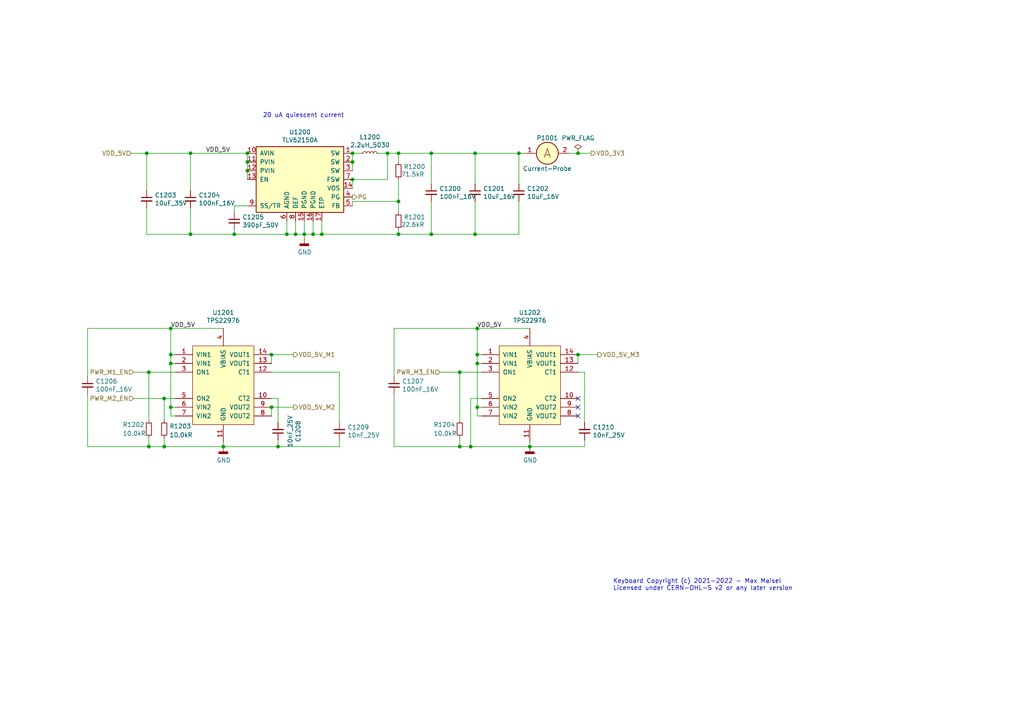
<source format=kicad_sch>
(kicad_sch (version 20250114) (generator "eeschema") (generator_version "9.0")
  (paper "A4")
  (lib_symbols
    (symbol "Keyboard:10.0kR" (pin_numbers (hide yes)) (pin_names (offset 0.254) (hide yes))
      (property "Reference" "R" (at 0.762 0.508 0))
      (property "Value" "10.0kR" (at 0.762 -1.016 0))
      (symbol "10.0kR_0_1"
        (rectangle (start -0.762 1.778) (end 0.762 -1.778) (stroke (width 0.2032)))
      )
      (symbol "10.0kR_1_1"
        (pin passive line (at 0 2.54 270) (length 0.762) (name "~") (number "1"))
        (pin passive line (at 0 -2.54 90) (length 0.762) (name "~") (number "2"))
      )
    )
    (symbol "Keyboard:100nF_16V" (pin_numbers (hide yes)) (pin_names (offset 0.254) (hide yes))
      (property "Reference" "C" (at 0.254 1.778 0))
      (property "Value" "100nF_16V" (at 0.254 -2.032 0))
      (symbol "100nF_16V_0_1"
        (polyline (pts (xy -1.524 0.508) (xy 1.524 0.508)) (stroke (width 0.3048)))
        (polyline (pts (xy -1.524 -0.508) (xy 1.524 -0.508)) (stroke (width 0.3302)))
      )
      (symbol "100nF_16V_1_1"
        (pin passive line (at 0 2.54 270) (length 2.032) (name "~") (number "1"))
        (pin passive line (at 0 -2.54 90) (length 2.032) (name "~") (number "2"))
      )
    )
    (symbol "Keyboard:10nF_25V" (pin_numbers (hide yes)) (pin_names (offset 0.254) (hide yes))
      (property "Reference" "C" (at 0.254 1.778 0))
      (property "Value" "10nF_25V" (at 0.254 -2.032 0))
      (symbol "10nF_25V_0_1"
        (polyline (pts (xy -1.524 0.508) (xy 1.524 0.508)) (stroke (width 0.3048)))
        (polyline (pts (xy -1.524 -0.508) (xy 1.524 -0.508)) (stroke (width 0.3302)))
      )
      (symbol "10nF_25V_1_1"
        (pin passive line (at 0 2.54 270) (length 2.032) (name "~") (number "1"))
        (pin passive line (at 0 -2.54 90) (length 2.032) (name "~") (number "2"))
      )
    )
    (symbol "Keyboard:10uF_16V" (pin_numbers (hide yes)) (pin_names (offset 0.254) (hide yes))
      (property "Reference" "C" (at 0.254 1.778 0))
      (property "Value" "10uF_16V" (at 0.254 -2.032 0))
      (symbol "10uF_16V_0_1"
        (polyline (pts (xy -1.524 0.508) (xy 1.524 0.508)) (stroke (width 0.3048)))
        (polyline (pts (xy -1.524 -0.508) (xy 1.524 -0.508)) (stroke (width 0.3302)))
      )
      (symbol "10uF_16V_1_1"
        (pin passive line (at 0 2.54 270) (length 2.032) (name "~") (number "1"))
        (pin passive line (at 0 -2.54 90) (length 2.032) (name "~") (number "2"))
      )
    )
    (symbol "Keyboard:10uF_35V" (pin_numbers (hide yes)) (pin_names (offset 0.254) (hide yes))
      (property "Reference" "C" (at 0.254 1.778 0))
      (property "Value" "10uF_35V" (at 0.254 -2.032 0))
      (symbol "10uF_35V_0_1"
        (polyline (pts (xy -1.524 0.508) (xy 1.524 0.508)) (stroke (width 0.3048)))
        (polyline (pts (xy -1.524 -0.508) (xy 1.524 -0.508)) (stroke (width 0.3302)))
      )
      (symbol "10uF_35V_1_1"
        (pin passive line (at 0 2.54 270) (length 2.032) (name "~") (number "1"))
        (pin passive line (at 0 -2.54 90) (length 2.032) (name "~") (number "2"))
      )
    )
    (symbol "Keyboard:2.2uH_5030" (pin_numbers (hide yes)) (pin_names (offset 0.254) (hide yes))
      (property "Reference" "L" (at 0.762 1.016 0))
      (property "Value" "2.2uH_5030" (at 0.762 -1.016 0))
      (symbol "2.2uH_5030_0_1"
        (arc (start 0 2.032) (mid 0.5058 1.524) (end 0 1.016))
        (arc (start 0 1.016) (mid 0.5058 0.508) (end 0 0))
        (arc (start 0 0) (mid 0.5058 -0.508) (end 0 -1.016))
        (arc (start 0 -1.016) (mid 0.5058 -1.524) (end 0 -2.032))
      )
      (symbol "2.2uH_5030_1_1"
        (pin passive line (at 0 2.54 270) (length 0.508) (name "~") (number "1"))
        (pin passive line (at 0 -2.54 90) (length 0.508) (name "~") (number "2"))
      )
    )
    (symbol "Keyboard:22.6kR" (pin_numbers (hide yes)) (pin_names (offset 0.254) (hide yes))
      (property "Reference" "R" (at 0.762 0.508 0))
      (property "Value" "22.6kR" (at 0.762 -1.016 0))
      (symbol "22.6kR_0_1"
        (rectangle (start -0.762 1.778) (end 0.762 -1.778) (stroke (width 0.2032)))
      )
      (symbol "22.6kR_1_1"
        (pin passive line (at 0 2.54 270) (length 0.762) (name "~") (number "1"))
        (pin passive line (at 0 -2.54 90) (length 0.762) (name "~") (number "2"))
      )
    )
    (symbol "Keyboard:390pF_50V" (pin_numbers (hide yes)) (pin_names (offset 0.254) (hide yes))
      (property "Reference" "C" (at 0.254 1.778 0))
      (property "Value" "390pF_50V" (at 0.254 -2.032 0))
      (symbol "390pF_50V_0_1"
        (polyline (pts (xy -1.524 0.508) (xy 1.524 0.508)) (stroke (width 0.3048)))
        (polyline (pts (xy -1.524 -0.508) (xy 1.524 -0.508)) (stroke (width 0.3302)))
      )
      (symbol "390pF_50V_1_1"
        (pin passive line (at 0 2.54 270) (length 2.032) (name "~") (number "1"))
        (pin passive line (at 0 -2.54 90) (length 2.032) (name "~") (number "2"))
      )
    )
    (symbol "Keyboard:71.5kR" (pin_numbers (hide yes)) (pin_names (offset 0.254) (hide yes))
      (property "Reference" "R" (at 0.762 0.508 0))
      (property "Value" "71.5kR" (at 0.762 -1.016 0))
      (symbol "71.5kR_0_1"
        (rectangle (start -0.762 1.778) (end 0.762 -1.778) (stroke (width 0.2032)))
      )
      (symbol "71.5kR_1_1"
        (pin passive line (at 0 2.54 270) (length 0.762) (name "~") (number "1"))
        (pin passive line (at 0 -2.54 90) (length 0.762) (name "~") (number "2"))
      )
    )
    (symbol "Keyboard:Current-Probe" (pin_names (offset 0))
      (property "Reference" "P" (at 2.54 3.81 0))
      (property "Value" "Current-Probe" (at 2.54 -3.81 0))
      (symbol "Current-Probe_0_0"
        (text "A" (at 0 0 0) (effects (font (size 2.54 2.54))))
      )
      (symbol "Current-Probe_0_1"
        (polyline (pts (xy -3.81 0) (xy -3.175 0)))
        (circle (center 0 0) (radius 3.175) (stroke (width 0.254)) (fill (type background)))
        (polyline (pts (xy 3.175 0) (xy 3.81 0)))
      )
      (symbol "Current-Probe_1_1"
        (pin passive line (at -6.35 0 0) (length 2.54) (name "~") (number "1"))
        (pin passive line (at 6.35 0 180) (length 2.54) (name "~") (number "2"))
      )
    )
    (symbol "Keyboard:GND" (power) (pin_names (offset 0))
      (property "Value" "GND" (at 0 -3.175 0))
      (symbol "GND_0_1"
        (rectangle (start -1.27 -1.524) (end 1.27 -2.032) (stroke (width 0.254)) (fill (type outline)))
        (polyline (pts (xy 0 0) (xy 0 -1.524)))
      )
      (symbol "GND_1_1"
        (pin power_in line (at 0 0 270) (length 0) (hide yes) (name "GND") (number "1"))
      )
    )
    (symbol "Keyboard:PWR_FLAG" (power) (pin_numbers (hide yes)) (pin_names (offset 0) (hide yes))
      (property "Value" "PWR_FLAG" (at 0 3.81 0))
      (symbol "PWR_FLAG_0_0"
        (pin power_out line (at 0 0 90) (length 0) (name "pwr") (number "1"))
      )
      (symbol "PWR_FLAG_0_1"
        (polyline (pts (xy 0 0) (xy 0 1.27) (xy -1.016 1.905) (xy 0 2.54) (xy 1.016 1.905) (xy 0 1.27)))
      )
    )
    (symbol "Keyboard:TLV62150A" (pin_names (offset 1.016))
      (property "Reference" "U" (at -11.43 10.16 0))
      (property "Value" "TLV62150A" (at 7.62 10.16 0))
      (symbol "TLV62150A_0_1"
        (rectangle (start 12.7 -10.16) (end -12.7 8.89) (stroke (width 0.254)) (fill (type background)))
      )
      (symbol "TLV62150A_1_1"
        (pin power_in line (at -15.24 6.985 0) (length 2.54) (name "AVIN") (number "10"))
        (pin power_in line (at -15.24 4.445 0) (length 2.54) (name "PVIN") (number "11"))
        (pin power_in line (at -15.24 1.905 0) (length 2.54) (name "PVIN") (number "12"))
        (pin input line (at -15.24 -0.635 0) (length 2.54) (name "EN") (number "13"))
        (pin input line (at -15.24 -8.255 0) (length 2.54) (name "SS/TR") (number "9"))
        (pin power_in line (at -3.81 -12.7 90) (length 2.54) (name "AGND") (number "6"))
        (pin input line (at -1.27 -12.7 90) (length 2.54) (name "DEF") (number "8"))
        (pin power_in line (at 1.27 -12.7 90) (length 2.54) (name "PGND") (number "15"))
        (pin power_in line (at 3.81 -12.7 90) (length 2.54) (name "PGND") (number "16"))
        (pin power_in line (at 6.35 -12.7 90) (length 2.54) (name "ETP") (number "17"))
        (pin output line (at 15.24 6.985 180) (length 2.54) (name "SW") (number "1"))
        (pin passive line (at 15.24 4.445 180) (length 2.54) (name "SW") (number "2"))
        (pin passive line (at 15.24 1.905 180) (length 2.54) (name "SW") (number "3"))
        (pin input line (at 15.24 -0.635 180) (length 2.54) (name "FSW") (number "7"))
        (pin input line (at 15.24 -3.175 180) (length 2.54) (name "VOS") (number "14"))
        (pin output line (at 15.24 -5.715 180) (length 2.54) (name "PG") (number "4"))
        (pin input line (at 15.24 -8.255 180) (length 2.54) (name "FB") (number "5"))
      )
    )
    (symbol "Keyboard:TPS22976" (pin_names (offset 1.016))
      (property "Reference" "U" (at -7.62 12.7 0))
      (property "Value" "TPS22976" (at 5.08 -12.7 0))
      (symbol "TPS22976_0_1"
        (rectangle (start -8.89 11.43) (end 8.89 -11.43) (fill (type background)))
      )
      (symbol "TPS22976_1_1"
        (pin power_in line (at -13.97 8.89 0) (length 5.08) (name "VIN1") (number "1"))
        (pin power_in line (at -13.97 6.35 0) (length 5.08) (name "VIN1") (number "2"))
        (pin input line (at -13.97 3.81 0) (length 5.08) (name "ON1") (number "3"))
        (pin input line (at -13.97 -3.81 0) (length 5.08) (name "ON2") (number "5"))
        (pin power_in line (at -13.97 -6.35 0) (length 5.08) (name "VIN2") (number "6"))
        (pin power_in line (at -13.97 -8.89 0) (length 5.08) (name "VIN2") (number "7"))
        (pin power_in line (at 0 16.51 270) (length 5.08) (name "VBIAS") (number "4"))
        (pin power_in line (at 0 -16.51 90) (length 5.08) (name "GND") (number "11"))
        (pin power_out line (at 13.97 8.89 180) (length 5.08) (name "VOUT1") (number "14"))
        (pin passive line (at 13.97 6.35 180) (length 5.08) (name "VOUT1") (number "13"))
        (pin passive line (at 13.97 3.81 180) (length 5.08) (name "CT1") (number "12"))
        (pin passive line (at 13.97 -3.81 180) (length 5.08) (name "CT2") (number "10"))
        (pin passive line (at 13.97 -6.35 180) (length 5.08) (name "VOUT2") (number "9"))
        (pin power_out line (at 13.97 -8.89 180) (length 5.08) (name "VOUT2") (number "8"))
      )
    )
  )
  (text "20 uA quiescent current" (at 76.2 34.29 0) (effects (font (size 1.27 1.27)) (justify left bottom)))
  (text "Keyboard Copyright (c) 2021-2022 - Max Maisel\nLicensed under CERN-OHL-S v2 or any later version" (at 177.8 171.45 0) (effects (font (size 1.27 1.27)) (justify left bottom)))
  (junction (at 115.57 58.42))
  (junction (at 83.185 67.945))
  (junction (at 67.945 67.945))
  (junction (at 167.64 102.87))
  (junction (at 71.755 49.53))
  (junction (at 138.43 95.25))
  (junction (at 55.245 44.45))
  (junction (at 71.755 44.45))
  (junction (at 64.77 129.54))
  (junction (at 55.245 67.945))
  (junction (at 138.43 105.41))
  (junction (at 125.095 67.945))
  (junction (at 138.43 118.11))
  (junction (at 88.265 67.945))
  (junction (at 78.74 102.87))
  (junction (at 115.57 44.45))
  (junction (at 47.625 115.57))
  (junction (at 93.345 67.945))
  (junction (at 115.57 67.945))
  (junction (at 102.235 44.45))
  (junction (at 49.53 102.87))
  (junction (at 85.725 67.945))
  (junction (at 133.35 107.95))
  (junction (at 49.53 105.41))
  (junction (at 102.235 52.07))
  (junction (at 137.795 44.45))
  (junction (at 125.095 44.45))
  (junction (at 80.645 129.54))
  (junction (at 133.35 129.54))
  (junction (at 153.67 129.54))
  (junction (at 42.545 44.45))
  (junction (at 102.235 46.99))
  (junction (at 112.395 44.45))
  (junction (at 49.53 118.11))
  (junction (at 47.625 129.54))
  (junction (at 71.755 46.99))
  (junction (at 90.805 67.945))
  (junction (at 49.53 95.25))
  (junction (at 150.495 44.45))
  (junction (at 138.43 102.87))
  (junction (at 136.525 129.54))
  (junction (at 137.795 67.945))
  (junction (at 78.74 118.11))
  (junction (at 167.64 44.45))
  (junction (at 43.18 129.54))
  (junction (at 43.18 107.95))
  (no_connect (at 167.64 115.57))
  (no_connect (at 167.64 118.11))
  (no_connect (at 167.64 120.65))
  (wire (pts (xy 78.74 107.95) (xy 98.425 107.95)))
  (wire (pts (xy 80.645 129.54) (xy 98.425 129.54)))
  (wire (pts (xy 137.795 53.34) (xy 137.795 44.45)))
  (wire (pts (xy 67.945 66.675) (xy 67.945 67.945)))
  (wire (pts (xy 127.635 107.95) (xy 133.35 107.95)))
  (wire (pts (xy 25.4 109.22) (xy 25.4 95.25)))
  (wire (pts (xy 42.545 55.245) (xy 42.545 44.45)))
  (wire (pts (xy 169.545 129.54) (xy 169.545 127.635)))
  (wire (pts (xy 138.43 95.25) (xy 138.43 102.87)))
  (wire (pts (xy 55.245 60.325) (xy 55.245 67.945)))
  (wire (pts (xy 114.3 129.54) (xy 133.35 129.54)))
  (wire (pts (xy 138.43 120.65) (xy 139.7 120.65)))
  (wire (pts (xy 150.495 58.42) (xy 150.495 67.945)))
  (wire (pts (xy 139.7 118.11) (xy 138.43 118.11)))
  (wire (pts (xy 115.57 66.675) (xy 115.57 67.945)))
  (wire (pts (xy 115.57 44.45) (xy 115.57 46.99)))
  (wire (pts (xy 47.625 115.57) (xy 50.8 115.57)))
  (wire (pts (xy 64.77 128.27) (xy 64.77 129.54)))
  (wire (pts (xy 114.3 95.25) (xy 138.43 95.25)))
  (wire (pts (xy 43.18 107.95) (xy 50.8 107.95)))
  (wire (pts (xy 139.7 105.41) (xy 138.43 105.41)))
  (wire (pts (xy 49.53 118.11) (xy 49.53 105.41)))
  (wire (pts (xy 80.645 127.635) (xy 80.645 129.54)))
  (wire (pts (xy 102.235 54.61) (xy 102.235 52.07)))
  (wire (pts (xy 138.43 102.87) (xy 138.43 105.41)))
  (wire (pts (xy 102.235 59.69) (xy 102.235 58.42)))
  (wire (pts (xy 42.545 67.945) (xy 55.245 67.945)))
  (wire (pts (xy 167.64 105.41) (xy 167.64 102.87)))
  (wire (pts (xy 71.755 44.45) (xy 71.755 46.99)))
  (wire (pts (xy 138.43 95.25) (xy 153.67 95.25)))
  (wire (pts (xy 78.74 118.11) (xy 85.09 118.11)))
  (wire (pts (xy 43.18 107.95) (xy 43.18 121.92)))
  (wire (pts (xy 150.495 44.45) (xy 150.495 53.34)))
  (wire (pts (xy 43.18 129.54) (xy 47.625 129.54)))
  (wire (pts (xy 67.945 67.945) (xy 83.185 67.945)))
  (wire (pts (xy 115.57 44.45) (xy 125.095 44.45)))
  (wire (pts (xy 138.43 118.11) (xy 138.43 120.65)))
  (wire (pts (xy 136.525 115.57) (xy 139.7 115.57)))
  (wire (pts (xy 112.395 52.07) (xy 112.395 44.45)))
  (wire (pts (xy 67.945 59.69) (xy 71.755 59.69)))
  (wire (pts (xy 78.74 118.11) (xy 78.74 120.65)))
  (wire (pts (xy 71.755 46.99) (xy 71.755 49.53)))
  (wire (pts (xy 114.3 114.3) (xy 114.3 129.54)))
  (wire (pts (xy 50.8 118.11) (xy 49.53 118.11)))
  (wire (pts (xy 49.53 95.25) (xy 64.77 95.25)))
  (wire (pts (xy 38.1 44.45) (xy 42.545 44.45)))
  (wire (pts (xy 98.425 107.95) (xy 98.425 122.555)))
  (wire (pts (xy 55.245 55.245) (xy 55.245 44.45)))
  (wire (pts (xy 133.35 127) (xy 133.35 129.54)))
  (wire (pts (xy 109.855 44.45) (xy 112.395 44.45)))
  (wire (pts (xy 93.345 67.945) (xy 90.805 67.945)))
  (wire (pts (xy 25.4 129.54) (xy 43.18 129.54)))
  (wire (pts (xy 133.35 107.95) (xy 133.35 121.92)))
  (wire (pts (xy 115.57 67.945) (xy 93.345 67.945)))
  (wire (pts (xy 42.545 60.325) (xy 42.545 67.945)))
  (wire (pts (xy 50.8 120.65) (xy 49.53 120.65)))
  (wire (pts (xy 90.805 64.135) (xy 90.805 67.945)))
  (wire (pts (xy 115.57 52.07) (xy 115.57 58.42)))
  (wire (pts (xy 85.725 67.945) (xy 88.265 67.945)))
  (wire (pts (xy 102.235 52.07) (xy 112.395 52.07)))
  (wire (pts (xy 137.795 58.42) (xy 137.795 67.945)))
  (wire (pts (xy 83.185 64.135) (xy 83.185 67.945)))
  (wire (pts (xy 114.3 95.25) (xy 114.3 109.22)))
  (wire (pts (xy 115.57 58.42) (xy 115.57 61.595)))
  (wire (pts (xy 47.625 127) (xy 47.625 129.54)))
  (wire (pts (xy 42.545 44.45) (xy 55.245 44.45)))
  (wire (pts (xy 50.8 105.41) (xy 49.53 105.41)))
  (wire (pts (xy 88.265 67.945) (xy 88.265 64.135)))
  (wire (pts (xy 55.245 67.945) (xy 67.945 67.945)))
  (wire (pts (xy 150.495 67.945) (xy 137.795 67.945)))
  (wire (pts (xy 83.185 67.945) (xy 85.725 67.945)))
  (wire (pts (xy 67.945 61.595) (xy 67.945 59.69)))
  (wire (pts (xy 138.43 105.41) (xy 138.43 118.11)))
  (wire (pts (xy 167.64 102.87) (xy 173.355 102.87)))
  (wire (pts (xy 43.18 127) (xy 43.18 129.54)))
  (wire (pts (xy 139.7 102.87) (xy 138.43 102.87)))
  (wire (pts (xy 90.805 67.945) (xy 88.265 67.945)))
  (wire (pts (xy 125.095 44.45) (xy 137.795 44.45)))
  (wire (pts (xy 49.53 105.41) (xy 49.53 102.87)))
  (wire (pts (xy 25.4 114.3) (xy 25.4 129.54)))
  (wire (pts (xy 137.795 44.45) (xy 150.495 44.45)))
  (wire (pts (xy 125.095 58.42) (xy 125.095 67.945)))
  (wire (pts (xy 153.67 129.54) (xy 169.545 129.54)))
  (wire (pts (xy 49.53 120.65) (xy 49.53 118.11)))
  (wire (pts (xy 93.345 64.135) (xy 93.345 67.945)))
  (wire (pts (xy 38.735 107.95) (xy 43.18 107.95)))
  (wire (pts (xy 80.645 115.57) (xy 78.74 115.57)))
  (wire (pts (xy 112.395 44.45) (xy 115.57 44.45)))
  (wire (pts (xy 169.545 107.95) (xy 167.64 107.95)))
  (wire (pts (xy 165.1 44.45) (xy 167.64 44.45)))
  (wire (pts (xy 88.265 69.215) (xy 88.265 67.945)))
  (wire (pts (xy 47.625 129.54) (xy 64.77 129.54)))
  (wire (pts (xy 78.74 105.41) (xy 78.74 102.87)))
  (wire (pts (xy 64.77 129.54) (xy 80.645 129.54)))
  (wire (pts (xy 71.755 49.53) (xy 71.755 52.07)))
  (wire (pts (xy 102.235 46.99) (xy 102.235 49.53)))
  (wire (pts (xy 153.67 128.27) (xy 153.67 129.54)))
  (wire (pts (xy 125.095 53.34) (xy 125.095 44.45)))
  (wire (pts (xy 80.645 122.555) (xy 80.645 115.57)))
  (wire (pts (xy 50.8 102.87) (xy 49.53 102.87)))
  (wire (pts (xy 133.35 107.95) (xy 139.7 107.95)))
  (wire (pts (xy 78.74 102.87) (xy 85.09 102.87)))
  (wire (pts (xy 98.425 127.635) (xy 98.425 129.54)))
  (wire (pts (xy 169.545 122.555) (xy 169.545 107.95)))
  (wire (pts (xy 167.64 44.45) (xy 171.45 44.45)))
  (wire (pts (xy 102.235 58.42) (xy 115.57 58.42)))
  (wire (pts (xy 25.4 95.25) (xy 49.53 95.25)))
  (wire (pts (xy 125.095 67.945) (xy 115.57 67.945)))
  (wire (pts (xy 55.245 44.45) (xy 71.755 44.45)))
  (wire (pts (xy 152.4 44.45) (xy 150.495 44.45)))
  (wire (pts (xy 136.525 115.57) (xy 136.525 129.54)))
  (wire (pts (xy 133.35 129.54) (xy 136.525 129.54)))
  (wire (pts (xy 102.235 44.45) (xy 104.775 44.45)))
  (wire (pts (xy 136.525 129.54) (xy 153.67 129.54)))
  (wire (pts (xy 102.235 44.45) (xy 102.235 46.99)))
  (wire (pts (xy 38.735 115.57) (xy 47.625 115.57)))
  (wire (pts (xy 85.725 64.135) (xy 85.725 67.945)))
  (wire (pts (xy 49.53 102.87) (xy 49.53 95.25)))
  (wire (pts (xy 47.625 115.57) (xy 47.625 121.92)))
  (wire (pts (xy 137.795 67.945) (xy 125.095 67.945)))
  (label "VDD_5V" (at 59.69 44.45 0))
  (label "VDD_5V" (at 138.43 95.25 0))
  (label "VDD_5V" (at 49.53 95.25 0))
  (hierarchical_label "PG" (shape output) (at 102.235 57.15 0))
  (hierarchical_label "PWR_M3_EN" (shape input) (at 127.635 107.95 180))
  (hierarchical_label "VDD_5V_M1" (shape output) (at 85.09 102.87 0))
  (hierarchical_label "VDD_5V_M3" (shape output) (at 173.355 102.87 0))
  (hierarchical_label "VDD_5V" (shape input) (at 38.1 44.45 180))
  (hierarchical_label "PWR_M2_EN" (shape input) (at 38.735 115.57 180))
  (hierarchical_label "VDD_3V3" (shape output) (at 171.45 44.45 0))
  (hierarchical_label "VDD_5V_M2" (shape output) (at 85.09 118.11 0))
  (hierarchical_label "PWR_M1_EN" (shape input) (at 38.735 107.95 180))
  (symbol (lib_id "Keyboard:71.5kR") (at 115.57 49.53 0) (unit 1)
    (property "Reference" "R1200" (at 117.0686 48.3616 0) (effects (justify left)))
    (property "Value" "71.5kR" (at 116.332 50.546 0) (effects (justify left)))
    (property "Footprint" "Keyboard:R_0402" (effects (hide yes)))
    (property "Datasheet" "667-ERJ-2RKF7152X" (effects (hide yes)))
    (property "mouser#" "667-ERJ-2RKF7152X" (effects (hide yes)))
  )
  (symbol (lib_id "Keyboard:TLV62150A") (at 86.995 51.435 0) (unit 1)
    (property "Reference" "U1200" (at 86.995 38.3032 0))
    (property "Value" "TLV62150A" (at 86.995 40.6146 0))
    (property "Footprint" "Keyboard:VQFN16-RGT" (effects (hide yes)))
    (property "Datasheet" "https://www.mouser.de/ProductDetail/Texas-Instruments/TLV62150RGTR?qs=sGAEpiMZZMsp%2fksXpw0UCdYH5JryFJ2T" (effects (hide yes)))
    (property "Description" "TLV62150x 4V to 17-V 1-A" (effects (hide yes)))
    (property "mouser#" "595-TLV62150ARGTR" (effects (hide yes)))
  )
  (symbol (lib_id "Keyboard:10uF_35V") (at 42.545 57.785 0) (unit 1)
    (property "Reference" "C1203" (at 44.8818 56.6166 0) (effects (justify left)))
    (property "Value" "10uF_35V" (at 44.8818 58.928 0) (effects (justify left)))
    (property "Footprint" "Keyboard:C_1210" (effects (hide yes)))
    (property "Datasheet" "963-GMK325BJ106KN-T" (effects (hide yes)))
    (property "mouser#" "963-GMK325BJ106KN-T" (effects (hide yes)))
  )
  (symbol (lib_id "Keyboard:100nF_16V") (at 55.245 57.785 0) (unit 1)
    (property "Reference" "C1204" (at 57.5818 56.6166 0) (effects (justify left)))
    (property "Value" "100nF_16V" (at 57.5818 58.928 0) (effects (justify left)))
    (property "Footprint" "Keyboard:C_0402" (effects (hide yes)))
    (property "Datasheet" "80-C0402C104K4R" (effects (hide yes)))
    (property "mouser#" "80-C0402C104K4R" (effects (hide yes)))
  )
  (symbol (lib_id "Keyboard:390pF_50V") (at 67.945 64.135 0) (unit 1)
    (property "Reference" "C1205" (at 70.2818 62.9666 0) (effects (justify left)))
    (property "Value" "390pF_50V" (at 70.2818 65.278 0) (effects (justify left)))
    (property "Footprint" "Keyboard:C_0402" (effects (hide yes)))
    (property "Datasheet" "81-GRM155R71H391KA1D" (effects (hide yes)))
    (property "mouser#" "81-GRM155R71H391KA1D" (effects (hide yes)))
  )
  (symbol (lib_id "Keyboard:2.2uH_5030") (at 107.315 44.45 90) (unit 1)
    (property "Reference" "L1200" (at 107.315 39.751 90))
    (property "Value" "2.2uH_5030" (at 107.315 42.0624 90))
    (property "Footprint" "Keyboard:L_Taiyo-Yuden_NR-50xx" (effects (hide yes)))
    (property "Datasheet" "963-NRS5030T2R2NMGJV" (effects (hide yes)))
    (property "mouser#" "963-NRS5030T2R2NMGJV" (effects (hide yes)))
  )
  (symbol (lib_id "Keyboard:22.6kR") (at 115.57 64.135 0) (unit 1)
    (property "Reference" "R1201" (at 117.0686 62.9666 0) (effects (justify left)))
    (property "Value" "22.6kR" (at 116.332 65.151 0) (effects (justify left)))
    (property "Footprint" "Keyboard:R_0402" (effects (hide yes)))
    (property "Datasheet" "667-ERJ-S02F2262X" (effects (hide yes)))
    (property "mouser#" "667-ERJ-S02F2262X" (effects (hide yes)))
  )
  (symbol (lib_id "Keyboard:100nF_16V") (at 125.095 55.88 0) (unit 1)
    (property "Reference" "C1200" (at 127.4318 54.7116 0) (effects (justify left)))
    (property "Value" "100nF_16V" (at 127.4318 57.023 0) (effects (justify left)))
    (property "Footprint" "Keyboard:C_0402" (effects (hide yes)))
    (property "Datasheet" "80-C0402C104K4R" (effects (hide yes)))
    (property "mouser#" "80-C0402C104K4R" (effects (hide yes)))
  )
  (symbol (lib_id "Keyboard:10uF_16V") (at 137.795 55.88 0) (unit 1)
    (property "Reference" "C1201" (at 140.1318 54.7116 0) (effects (justify left)))
    (property "Value" "10uF_16V" (at 140.1318 57.023 0) (effects (justify left)))
    (property "Footprint" "Keyboard:C_1206" (effects (hide yes)))
    (property "Datasheet" "80-C1206C106K4P" (effects (hide yes)))
    (property "mouser#" "80-C1206C106K4P" (effects (hide yes)))
  )
  (symbol (lib_id "Keyboard:10uF_16V") (at 150.495 55.88 0) (unit 1)
    (property "Reference" "C1202" (at 152.8318 54.7116 0) (effects (justify left)))
    (property "Value" "10uF_16V" (at 152.8318 57.023 0) (effects (justify left)))
    (property "Footprint" "Keyboard:C_1206" (effects (hide yes)))
    (property "Datasheet" "80-C1206C106K4P" (effects (hide yes)))
    (property "mouser#" "80-C1206C106K4P" (effects (hide yes)))
  )
  (symbol (lib_id "Keyboard:GND") (at 88.265 69.215 0) (unit 1)
    (property "Reference" "#PWR01200" (effects (hide yes)))
    (property "Value" "GND" (at 88.3666 73.152 0))
  )
  (symbol (lib_id "Keyboard:TPS22976") (at 64.77 111.76 0) (unit 1)
    (property "Reference" "U1201" (at 64.77 90.6526 0))
    (property "Value" "TPS22976" (at 64.77 92.964 0))
    (property "Footprint" "Keyboard:WSON-14" (effects (hide yes)))
  )
  (symbol (lib_id "Keyboard:TPS22976") (at 153.67 111.76 0) (unit 1)
    (property "Reference" "U1202" (at 153.67 90.6526 0))
    (property "Value" "TPS22976" (at 153.67 92.964 0))
    (property "Footprint" "Keyboard:WSON-14" (effects (hide yes)))
  )
  (symbol (lib_id "Keyboard:GND") (at 64.77 129.54 0) (unit 1)
    (property "Reference" "#PWR01201" (effects (hide yes)))
    (property "Value" "GND" (at 64.8716 133.477 0))
  )
  (symbol (lib_id "Keyboard:GND") (at 153.67 129.54 0) (unit 1)
    (property "Reference" "#PWR01202" (effects (hide yes)))
    (property "Value" "GND" (at 153.7716 133.477 0))
  )
  (symbol (lib_id "Keyboard:10nF_25V") (at 98.425 125.095 180) (unit 1)
    (property "Reference" "C1209" (at 100.7618 123.9266 0) (effects (justify right)))
    (property "Value" "10nF_25V" (at 100.7618 126.238 0) (effects (justify right)))
    (property "Footprint" "Keyboard:C_0402" (effects (hide yes)))
    (property "Datasheet" "603-CC0402KRX5R8BB10" (effects (hide yes)))
    (property "mouser#" "603-CC0402KRX5R8BB10" (effects (hide yes)))
  )
  (symbol (lib_id "Keyboard:10nF_25V") (at 80.645 125.095 180) (unit 1)
    (property "Reference" "C1208" (at 86.4616 125.095 90))
    (property "Value" "10nF_25V" (at 84.1502 125.095 90))
    (property "Footprint" "Keyboard:C_0402" (effects (hide yes)))
    (property "Datasheet" "603-CC0402KRX5R8BB10" (effects (hide yes)))
    (property "mouser#" "603-CC0402KRX5R8BB10" (effects (hide yes)))
  )
  (symbol (lib_id "Keyboard:10nF_25V") (at 169.545 125.095 180) (unit 1)
    (property "Reference" "C1210" (at 171.8818 123.9266 0) (effects (justify right)))
    (property "Value" "10nF_25V" (at 171.8818 126.238 0) (effects (justify right)))
    (property "Footprint" "Keyboard:C_0402" (effects (hide yes)))
    (property "Datasheet" "603-CC0402KRX5R8BB10" (effects (hide yes)))
    (property "mouser#" "603-CC0402KRX5R8BB10" (effects (hide yes)))
  )
  (symbol (lib_id "Keyboard:100nF_16V") (at 25.4 111.76 0) (unit 1)
    (property "Reference" "C1206" (at 27.7368 110.5916 0) (effects (justify left)))
    (property "Value" "100nF_16V" (at 27.7368 112.903 0) (effects (justify left)))
    (property "Footprint" "Keyboard:C_0402" (effects (hide yes)))
    (property "Datasheet" "80-C0402C104K4R" (effects (hide yes)))
    (property "mouser#" "80-C0402C104K4R" (effects (hide yes)))
  )
  (symbol (lib_id "Keyboard:100nF_16V") (at 114.3 111.76 0) (unit 1)
    (property "Reference" "C1207" (at 116.6368 110.5916 0) (effects (justify left)))
    (property "Value" "100nF_16V" (at 116.6368 112.903 0) (effects (justify left)))
    (property "Footprint" "Keyboard:C_0402" (effects (hide yes)))
    (property "Datasheet" "80-C0402C104K4R" (effects (hide yes)))
    (property "mouser#" "80-C0402C104K4R" (effects (hide yes)))
  )
  (symbol (lib_id "Keyboard:PWR_FLAG") (at 167.64 44.45 0) (unit 1)
    (property "Reference" "#FLG01200" (effects (hide yes)))
    (property "Value" "PWR_FLAG" (at 167.64 40.0558 0))
  )
  (symbol (lib_id "Keyboard:10.0kR") (at 43.18 124.46 0) (unit 1)
    (property "Reference" "R1202" (at 35.56 123.19 0) (effects (justify left)))
    (property "Value" "10.0kR" (at 35.56 125.73 0) (effects (justify left)))
    (property "Footprint" "Keyboard:R_0402" (effects (hide yes)))
    (property "Datasheet" "667-ERJ-2RKF1002X" (effects (hide yes)))
    (property "mouser#" "667-ERJ-2RKF1002X" (effects (hide yes)))
  )
  (symbol (lib_id "Keyboard:10.0kR") (at 133.35 124.46 0) (unit 1)
    (property "Reference" "R1204" (at 125.73 123.19 0) (effects (justify left)))
    (property "Value" "10.0kR" (at 125.73 125.73 0) (effects (justify left)))
    (property "Footprint" "Keyboard:R_0402" (effects (hide yes)))
    (property "Datasheet" "667-ERJ-2RKF1002X" (effects (hide yes)))
    (property "mouser#" "667-ERJ-2RKF1002X" (effects (hide yes)))
  )
  (symbol (lib_id "Keyboard:10.0kR") (at 47.625 124.46 0) (unit 1)
    (property "Reference" "R1203" (at 49.1236 123.6253 0) (effects (justify left)))
    (property "Value" "10.0kR" (at 49.1236 126.1622 0) (effects (justify left)))
    (property "Footprint" "Keyboard:R_0402" (effects (hide yes)))
    (property "Datasheet" "667-ERJ-2RKF1002X" (effects (hide yes)))
    (property "mouser#" "667-ERJ-2RKF1002X" (effects (hide yes)))
  )
  (symbol (lib_id "Keyboard:Current-Probe") (at 158.75 44.45 0) (unit 1)
    (property "Reference" "P1001" (at 158.75 40.005 0))
    (property "Value" "Current-Probe" (at 158.75 48.895 0))
    (property "Footprint" "Keyboard:Current-Probe-2.54" (effects (hide yes)))
  )
)
</source>
